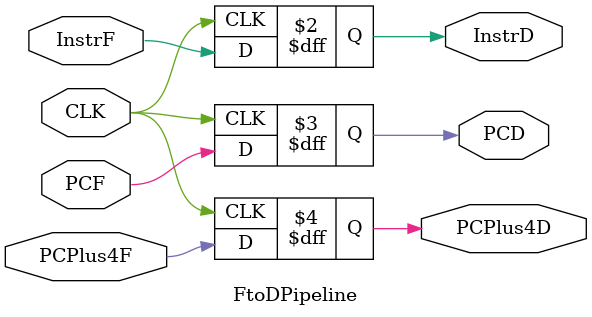
<source format=sv>
`timescale 1ps/1ps

module FtoDPipeline (
    input CLK,
    input InstrF,
    input PCF,
    input PCPlus4F,
    output logic InstrD,
    output logic PCD,
    output logic PCPlus4D
);

always_ff @ (posedge CLK) 
    begin
        InstrD <= InstrF;
        PCD <= PCF;
        PCPlus4D <= PCPlus4F;
    end    
endmodule
</source>
